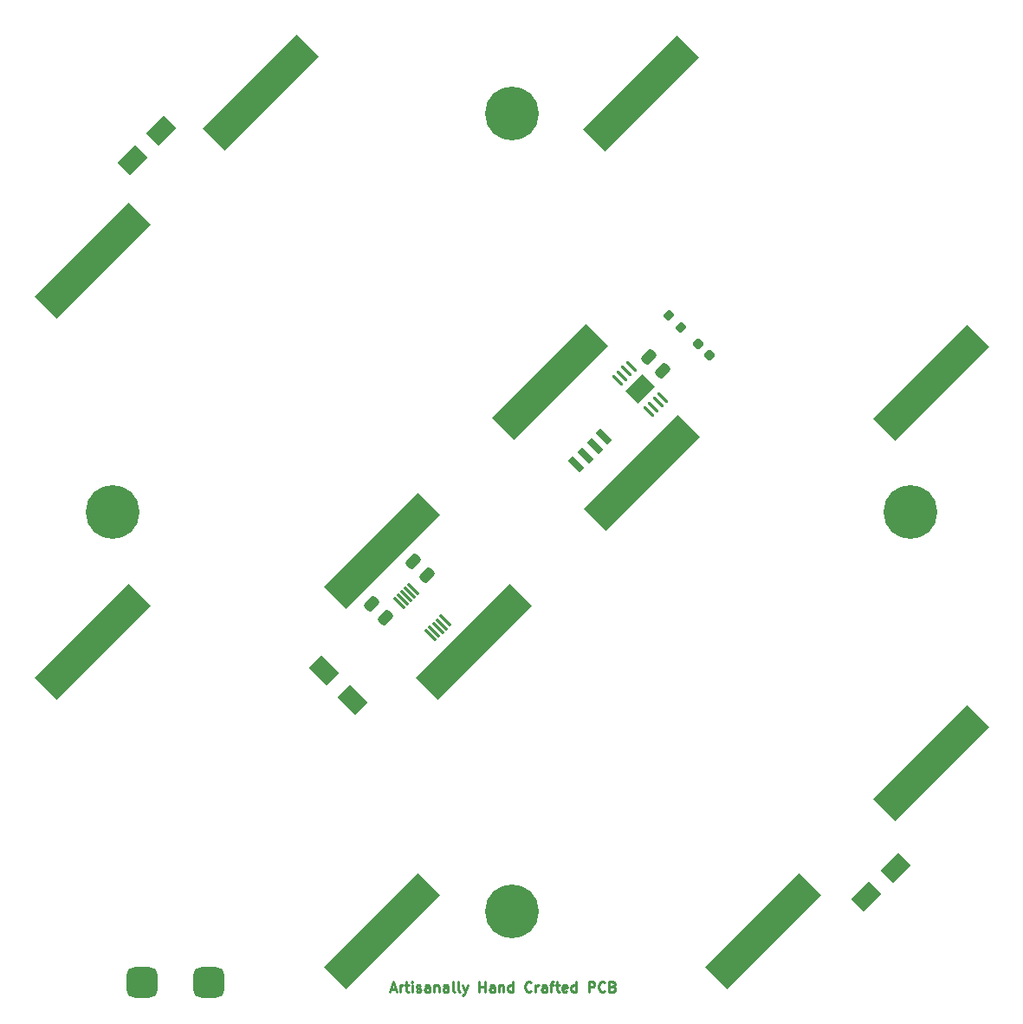
<source format=gbr>
%TF.GenerationSoftware,KiCad,Pcbnew,8.0.2-1*%
%TF.CreationDate,2024-05-28T20:36:57-07:00*%
%TF.ProjectId,solar-panel-side-Z,736f6c61-722d-4706-916e-656c2d736964,3.1*%
%TF.SameCoordinates,Original*%
%TF.FileFunction,Soldermask,Top*%
%TF.FilePolarity,Negative*%
%FSLAX46Y46*%
G04 Gerber Fmt 4.6, Leading zero omitted, Abs format (unit mm)*
G04 Created by KiCad (PCBNEW 8.0.2-1) date 2024-05-28 20:36:57*
%MOMM*%
%LPD*%
G01*
G04 APERTURE LIST*
G04 Aperture macros list*
%AMRoundRect*
0 Rectangle with rounded corners*
0 $1 Rounding radius*
0 $2 $3 $4 $5 $6 $7 $8 $9 X,Y pos of 4 corners*
0 Add a 4 corners polygon primitive as box body*
4,1,4,$2,$3,$4,$5,$6,$7,$8,$9,$2,$3,0*
0 Add four circle primitives for the rounded corners*
1,1,$1+$1,$2,$3*
1,1,$1+$1,$4,$5*
1,1,$1+$1,$6,$7*
1,1,$1+$1,$8,$9*
0 Add four rect primitives between the rounded corners*
20,1,$1+$1,$2,$3,$4,$5,0*
20,1,$1+$1,$4,$5,$6,$7,0*
20,1,$1+$1,$6,$7,$8,$9,0*
20,1,$1+$1,$8,$9,$2,$3,0*%
%AMRotRect*
0 Rectangle, with rotation*
0 The origin of the aperture is its center*
0 $1 length*
0 $2 width*
0 $3 Rotation angle, in degrees counterclockwise*
0 Add horizontal line*
21,1,$1,$2,0,0,$3*%
G04 Aperture macros list end*
%ADD10C,0.250000*%
%ADD11C,5.250000*%
%ADD12RotRect,2.500000X1.700000X45.000000*%
%ADD13RoundRect,0.750000X0.750000X-0.750000X0.750000X0.750000X-0.750000X0.750000X-0.750000X-0.750000X0*%
%ADD14RoundRect,0.218750X0.335876X0.026517X0.026517X0.335876X-0.335876X-0.026517X-0.026517X-0.335876X0*%
%ADD15RoundRect,0.250000X0.512652X0.159099X0.159099X0.512652X-0.512652X-0.159099X-0.159099X-0.512652X0*%
%ADD16RotRect,13.000000X3.000000X45.000000*%
%ADD17RotRect,1.730000X2.360000X315.000000*%
%ADD18RoundRect,0.087500X-0.477297X0.353553X0.353553X-0.477297X0.477297X-0.353553X-0.353553X0.477297X0*%
%ADD19RoundRect,0.200000X-0.335876X-0.053033X-0.053033X-0.335876X0.335876X0.053033X0.053033X0.335876X0*%
%ADD20RoundRect,0.075000X-0.512652X0.406586X0.406586X-0.512652X0.512652X-0.406586X-0.406586X0.512652X0*%
%ADD21RotRect,2.500000X1.700000X135.000000*%
%ADD22RotRect,1.600000X0.700000X135.000000*%
%ADD23RotRect,13.000000X3.000000X225.000000*%
G04 APERTURE END LIST*
D10*
X137654949Y-131578904D02*
X138131139Y-131578904D01*
X137559711Y-131864619D02*
X137893044Y-130864619D01*
X137893044Y-130864619D02*
X138226377Y-131864619D01*
X138559711Y-131864619D02*
X138559711Y-131197952D01*
X138559711Y-131388428D02*
X138607330Y-131293190D01*
X138607330Y-131293190D02*
X138654949Y-131245571D01*
X138654949Y-131245571D02*
X138750187Y-131197952D01*
X138750187Y-131197952D02*
X138845425Y-131197952D01*
X139035902Y-131197952D02*
X139416854Y-131197952D01*
X139178759Y-130864619D02*
X139178759Y-131721761D01*
X139178759Y-131721761D02*
X139226378Y-131817000D01*
X139226378Y-131817000D02*
X139321616Y-131864619D01*
X139321616Y-131864619D02*
X139416854Y-131864619D01*
X139750188Y-131864619D02*
X139750188Y-131197952D01*
X139750188Y-130864619D02*
X139702569Y-130912238D01*
X139702569Y-130912238D02*
X139750188Y-130959857D01*
X139750188Y-130959857D02*
X139797807Y-130912238D01*
X139797807Y-130912238D02*
X139750188Y-130864619D01*
X139750188Y-130864619D02*
X139750188Y-130959857D01*
X140178759Y-131817000D02*
X140273997Y-131864619D01*
X140273997Y-131864619D02*
X140464473Y-131864619D01*
X140464473Y-131864619D02*
X140559711Y-131817000D01*
X140559711Y-131817000D02*
X140607330Y-131721761D01*
X140607330Y-131721761D02*
X140607330Y-131674142D01*
X140607330Y-131674142D02*
X140559711Y-131578904D01*
X140559711Y-131578904D02*
X140464473Y-131531285D01*
X140464473Y-131531285D02*
X140321616Y-131531285D01*
X140321616Y-131531285D02*
X140226378Y-131483666D01*
X140226378Y-131483666D02*
X140178759Y-131388428D01*
X140178759Y-131388428D02*
X140178759Y-131340809D01*
X140178759Y-131340809D02*
X140226378Y-131245571D01*
X140226378Y-131245571D02*
X140321616Y-131197952D01*
X140321616Y-131197952D02*
X140464473Y-131197952D01*
X140464473Y-131197952D02*
X140559711Y-131245571D01*
X141464473Y-131864619D02*
X141464473Y-131340809D01*
X141464473Y-131340809D02*
X141416854Y-131245571D01*
X141416854Y-131245571D02*
X141321616Y-131197952D01*
X141321616Y-131197952D02*
X141131140Y-131197952D01*
X141131140Y-131197952D02*
X141035902Y-131245571D01*
X141464473Y-131817000D02*
X141369235Y-131864619D01*
X141369235Y-131864619D02*
X141131140Y-131864619D01*
X141131140Y-131864619D02*
X141035902Y-131817000D01*
X141035902Y-131817000D02*
X140988283Y-131721761D01*
X140988283Y-131721761D02*
X140988283Y-131626523D01*
X140988283Y-131626523D02*
X141035902Y-131531285D01*
X141035902Y-131531285D02*
X141131140Y-131483666D01*
X141131140Y-131483666D02*
X141369235Y-131483666D01*
X141369235Y-131483666D02*
X141464473Y-131436047D01*
X141940664Y-131197952D02*
X141940664Y-131864619D01*
X141940664Y-131293190D02*
X141988283Y-131245571D01*
X141988283Y-131245571D02*
X142083521Y-131197952D01*
X142083521Y-131197952D02*
X142226378Y-131197952D01*
X142226378Y-131197952D02*
X142321616Y-131245571D01*
X142321616Y-131245571D02*
X142369235Y-131340809D01*
X142369235Y-131340809D02*
X142369235Y-131864619D01*
X143273997Y-131864619D02*
X143273997Y-131340809D01*
X143273997Y-131340809D02*
X143226378Y-131245571D01*
X143226378Y-131245571D02*
X143131140Y-131197952D01*
X143131140Y-131197952D02*
X142940664Y-131197952D01*
X142940664Y-131197952D02*
X142845426Y-131245571D01*
X143273997Y-131817000D02*
X143178759Y-131864619D01*
X143178759Y-131864619D02*
X142940664Y-131864619D01*
X142940664Y-131864619D02*
X142845426Y-131817000D01*
X142845426Y-131817000D02*
X142797807Y-131721761D01*
X142797807Y-131721761D02*
X142797807Y-131626523D01*
X142797807Y-131626523D02*
X142845426Y-131531285D01*
X142845426Y-131531285D02*
X142940664Y-131483666D01*
X142940664Y-131483666D02*
X143178759Y-131483666D01*
X143178759Y-131483666D02*
X143273997Y-131436047D01*
X143893045Y-131864619D02*
X143797807Y-131817000D01*
X143797807Y-131817000D02*
X143750188Y-131721761D01*
X143750188Y-131721761D02*
X143750188Y-130864619D01*
X144416855Y-131864619D02*
X144321617Y-131817000D01*
X144321617Y-131817000D02*
X144273998Y-131721761D01*
X144273998Y-131721761D02*
X144273998Y-130864619D01*
X144702570Y-131197952D02*
X144940665Y-131864619D01*
X145178760Y-131197952D02*
X144940665Y-131864619D01*
X144940665Y-131864619D02*
X144845427Y-132102714D01*
X144845427Y-132102714D02*
X144797808Y-132150333D01*
X144797808Y-132150333D02*
X144702570Y-132197952D01*
X146321618Y-131864619D02*
X146321618Y-130864619D01*
X146321618Y-131340809D02*
X146893046Y-131340809D01*
X146893046Y-131864619D02*
X146893046Y-130864619D01*
X147797808Y-131864619D02*
X147797808Y-131340809D01*
X147797808Y-131340809D02*
X147750189Y-131245571D01*
X147750189Y-131245571D02*
X147654951Y-131197952D01*
X147654951Y-131197952D02*
X147464475Y-131197952D01*
X147464475Y-131197952D02*
X147369237Y-131245571D01*
X147797808Y-131817000D02*
X147702570Y-131864619D01*
X147702570Y-131864619D02*
X147464475Y-131864619D01*
X147464475Y-131864619D02*
X147369237Y-131817000D01*
X147369237Y-131817000D02*
X147321618Y-131721761D01*
X147321618Y-131721761D02*
X147321618Y-131626523D01*
X147321618Y-131626523D02*
X147369237Y-131531285D01*
X147369237Y-131531285D02*
X147464475Y-131483666D01*
X147464475Y-131483666D02*
X147702570Y-131483666D01*
X147702570Y-131483666D02*
X147797808Y-131436047D01*
X148273999Y-131197952D02*
X148273999Y-131864619D01*
X148273999Y-131293190D02*
X148321618Y-131245571D01*
X148321618Y-131245571D02*
X148416856Y-131197952D01*
X148416856Y-131197952D02*
X148559713Y-131197952D01*
X148559713Y-131197952D02*
X148654951Y-131245571D01*
X148654951Y-131245571D02*
X148702570Y-131340809D01*
X148702570Y-131340809D02*
X148702570Y-131864619D01*
X149607332Y-131864619D02*
X149607332Y-130864619D01*
X149607332Y-131817000D02*
X149512094Y-131864619D01*
X149512094Y-131864619D02*
X149321618Y-131864619D01*
X149321618Y-131864619D02*
X149226380Y-131817000D01*
X149226380Y-131817000D02*
X149178761Y-131769380D01*
X149178761Y-131769380D02*
X149131142Y-131674142D01*
X149131142Y-131674142D02*
X149131142Y-131388428D01*
X149131142Y-131388428D02*
X149178761Y-131293190D01*
X149178761Y-131293190D02*
X149226380Y-131245571D01*
X149226380Y-131245571D02*
X149321618Y-131197952D01*
X149321618Y-131197952D02*
X149512094Y-131197952D01*
X149512094Y-131197952D02*
X149607332Y-131245571D01*
X151416856Y-131769380D02*
X151369237Y-131817000D01*
X151369237Y-131817000D02*
X151226380Y-131864619D01*
X151226380Y-131864619D02*
X151131142Y-131864619D01*
X151131142Y-131864619D02*
X150988285Y-131817000D01*
X150988285Y-131817000D02*
X150893047Y-131721761D01*
X150893047Y-131721761D02*
X150845428Y-131626523D01*
X150845428Y-131626523D02*
X150797809Y-131436047D01*
X150797809Y-131436047D02*
X150797809Y-131293190D01*
X150797809Y-131293190D02*
X150845428Y-131102714D01*
X150845428Y-131102714D02*
X150893047Y-131007476D01*
X150893047Y-131007476D02*
X150988285Y-130912238D01*
X150988285Y-130912238D02*
X151131142Y-130864619D01*
X151131142Y-130864619D02*
X151226380Y-130864619D01*
X151226380Y-130864619D02*
X151369237Y-130912238D01*
X151369237Y-130912238D02*
X151416856Y-130959857D01*
X151845428Y-131864619D02*
X151845428Y-131197952D01*
X151845428Y-131388428D02*
X151893047Y-131293190D01*
X151893047Y-131293190D02*
X151940666Y-131245571D01*
X151940666Y-131245571D02*
X152035904Y-131197952D01*
X152035904Y-131197952D02*
X152131142Y-131197952D01*
X152893047Y-131864619D02*
X152893047Y-131340809D01*
X152893047Y-131340809D02*
X152845428Y-131245571D01*
X152845428Y-131245571D02*
X152750190Y-131197952D01*
X152750190Y-131197952D02*
X152559714Y-131197952D01*
X152559714Y-131197952D02*
X152464476Y-131245571D01*
X152893047Y-131817000D02*
X152797809Y-131864619D01*
X152797809Y-131864619D02*
X152559714Y-131864619D01*
X152559714Y-131864619D02*
X152464476Y-131817000D01*
X152464476Y-131817000D02*
X152416857Y-131721761D01*
X152416857Y-131721761D02*
X152416857Y-131626523D01*
X152416857Y-131626523D02*
X152464476Y-131531285D01*
X152464476Y-131531285D02*
X152559714Y-131483666D01*
X152559714Y-131483666D02*
X152797809Y-131483666D01*
X152797809Y-131483666D02*
X152893047Y-131436047D01*
X153226381Y-131197952D02*
X153607333Y-131197952D01*
X153369238Y-131864619D02*
X153369238Y-131007476D01*
X153369238Y-131007476D02*
X153416857Y-130912238D01*
X153416857Y-130912238D02*
X153512095Y-130864619D01*
X153512095Y-130864619D02*
X153607333Y-130864619D01*
X153797810Y-131197952D02*
X154178762Y-131197952D01*
X153940667Y-130864619D02*
X153940667Y-131721761D01*
X153940667Y-131721761D02*
X153988286Y-131817000D01*
X153988286Y-131817000D02*
X154083524Y-131864619D01*
X154083524Y-131864619D02*
X154178762Y-131864619D01*
X154893048Y-131817000D02*
X154797810Y-131864619D01*
X154797810Y-131864619D02*
X154607334Y-131864619D01*
X154607334Y-131864619D02*
X154512096Y-131817000D01*
X154512096Y-131817000D02*
X154464477Y-131721761D01*
X154464477Y-131721761D02*
X154464477Y-131340809D01*
X154464477Y-131340809D02*
X154512096Y-131245571D01*
X154512096Y-131245571D02*
X154607334Y-131197952D01*
X154607334Y-131197952D02*
X154797810Y-131197952D01*
X154797810Y-131197952D02*
X154893048Y-131245571D01*
X154893048Y-131245571D02*
X154940667Y-131340809D01*
X154940667Y-131340809D02*
X154940667Y-131436047D01*
X154940667Y-131436047D02*
X154464477Y-131531285D01*
X155797810Y-131864619D02*
X155797810Y-130864619D01*
X155797810Y-131817000D02*
X155702572Y-131864619D01*
X155702572Y-131864619D02*
X155512096Y-131864619D01*
X155512096Y-131864619D02*
X155416858Y-131817000D01*
X155416858Y-131817000D02*
X155369239Y-131769380D01*
X155369239Y-131769380D02*
X155321620Y-131674142D01*
X155321620Y-131674142D02*
X155321620Y-131388428D01*
X155321620Y-131388428D02*
X155369239Y-131293190D01*
X155369239Y-131293190D02*
X155416858Y-131245571D01*
X155416858Y-131245571D02*
X155512096Y-131197952D01*
X155512096Y-131197952D02*
X155702572Y-131197952D01*
X155702572Y-131197952D02*
X155797810Y-131245571D01*
X157035906Y-131864619D02*
X157035906Y-130864619D01*
X157035906Y-130864619D02*
X157416858Y-130864619D01*
X157416858Y-130864619D02*
X157512096Y-130912238D01*
X157512096Y-130912238D02*
X157559715Y-130959857D01*
X157559715Y-130959857D02*
X157607334Y-131055095D01*
X157607334Y-131055095D02*
X157607334Y-131197952D01*
X157607334Y-131197952D02*
X157559715Y-131293190D01*
X157559715Y-131293190D02*
X157512096Y-131340809D01*
X157512096Y-131340809D02*
X157416858Y-131388428D01*
X157416858Y-131388428D02*
X157035906Y-131388428D01*
X158607334Y-131769380D02*
X158559715Y-131817000D01*
X158559715Y-131817000D02*
X158416858Y-131864619D01*
X158416858Y-131864619D02*
X158321620Y-131864619D01*
X158321620Y-131864619D02*
X158178763Y-131817000D01*
X158178763Y-131817000D02*
X158083525Y-131721761D01*
X158083525Y-131721761D02*
X158035906Y-131626523D01*
X158035906Y-131626523D02*
X157988287Y-131436047D01*
X157988287Y-131436047D02*
X157988287Y-131293190D01*
X157988287Y-131293190D02*
X158035906Y-131102714D01*
X158035906Y-131102714D02*
X158083525Y-131007476D01*
X158083525Y-131007476D02*
X158178763Y-130912238D01*
X158178763Y-130912238D02*
X158321620Y-130864619D01*
X158321620Y-130864619D02*
X158416858Y-130864619D01*
X158416858Y-130864619D02*
X158559715Y-130912238D01*
X158559715Y-130912238D02*
X158607334Y-130959857D01*
X159369239Y-131340809D02*
X159512096Y-131388428D01*
X159512096Y-131388428D02*
X159559715Y-131436047D01*
X159559715Y-131436047D02*
X159607334Y-131531285D01*
X159607334Y-131531285D02*
X159607334Y-131674142D01*
X159607334Y-131674142D02*
X159559715Y-131769380D01*
X159559715Y-131769380D02*
X159512096Y-131817000D01*
X159512096Y-131817000D02*
X159416858Y-131864619D01*
X159416858Y-131864619D02*
X159035906Y-131864619D01*
X159035906Y-131864619D02*
X159035906Y-130864619D01*
X159035906Y-130864619D02*
X159369239Y-130864619D01*
X159369239Y-130864619D02*
X159464477Y-130912238D01*
X159464477Y-130912238D02*
X159512096Y-130959857D01*
X159512096Y-130959857D02*
X159559715Y-131055095D01*
X159559715Y-131055095D02*
X159559715Y-131150333D01*
X159559715Y-131150333D02*
X159512096Y-131245571D01*
X159512096Y-131245571D02*
X159464477Y-131293190D01*
X159464477Y-131293190D02*
X159369239Y-131340809D01*
X159369239Y-131340809D02*
X159035906Y-131340809D01*
D11*
%TO.C,J4*%
X110500000Y-85000000D03*
%TD*%
%TO.C,J5*%
X149500000Y-124000000D03*
%TD*%
%TO.C,J6*%
X149500000Y-46000000D03*
%TD*%
%TO.C,J7*%
X188500000Y-85000000D03*
%TD*%
D12*
%TO.C,D2*%
X112421572Y-50578428D03*
X115250000Y-47750000D03*
%TD*%
D13*
%TO.C,TP1*%
X113410000Y-130950000D03*
%TD*%
D14*
%TO.C,D4*%
X168840000Y-69680000D03*
X167726306Y-68566306D03*
%TD*%
D15*
%TO.C,C3*%
X141201700Y-91147870D03*
X139858198Y-89804368D03*
%TD*%
D16*
%TO.C,SC5*%
X108537864Y-97657864D03*
X136822136Y-125942136D03*
%TD*%
D17*
%TO.C,U3*%
X162041249Y-72946863D03*
D18*
X161192721Y-70719477D03*
X160733101Y-71179096D03*
X160273482Y-71638715D03*
X159813863Y-72098335D03*
X162889777Y-75174249D03*
X163349397Y-74714630D03*
X163809016Y-74255011D03*
X164268635Y-73795391D03*
%TD*%
D13*
%TO.C,TP2*%
X119890000Y-130920000D03*
%TD*%
D16*
%TO.C,SC3*%
X125000000Y-43980000D03*
X153284272Y-72264272D03*
%TD*%
D19*
%TO.C,R1*%
X164836005Y-65732575D03*
X166002731Y-66899301D03*
%TD*%
D15*
%TO.C,C2*%
X137128765Y-95263232D03*
X135785263Y-93919730D03*
%TD*%
D20*
%TO.C,U2*%
X139893554Y-92470160D03*
X139540000Y-92823714D03*
X139186447Y-93177267D03*
X138832894Y-93530820D03*
X138479340Y-93884374D03*
X141590610Y-96995644D03*
X141944164Y-96642090D03*
X142297717Y-96288537D03*
X142651270Y-95934984D03*
X143004824Y-95581430D03*
%TD*%
D21*
%TO.C,D3*%
X133978428Y-103318428D03*
X131150000Y-100490000D03*
%TD*%
D15*
%TO.C,C1*%
X164240000Y-71195441D03*
X162896498Y-69851939D03*
%TD*%
D22*
%TO.C,U1*%
X155819358Y-80333435D03*
X156717383Y-79435409D03*
X157615409Y-78537383D03*
X158513435Y-77639358D03*
%TD*%
D23*
%TO.C,SC4*%
X136824272Y-88734272D03*
X108540000Y-60450000D03*
%TD*%
D16*
%TO.C,SC6*%
X145755728Y-97665728D03*
X174040000Y-125950000D03*
%TD*%
D23*
%TO.C,SC2*%
X190462136Y-72342136D03*
X162177864Y-44057864D03*
%TD*%
D12*
%TO.C,D1*%
X184161572Y-122588428D03*
X186990000Y-119760000D03*
%TD*%
D23*
%TO.C,SC1*%
X190480000Y-109480000D03*
X162195728Y-81195728D03*
%TD*%
M02*

</source>
